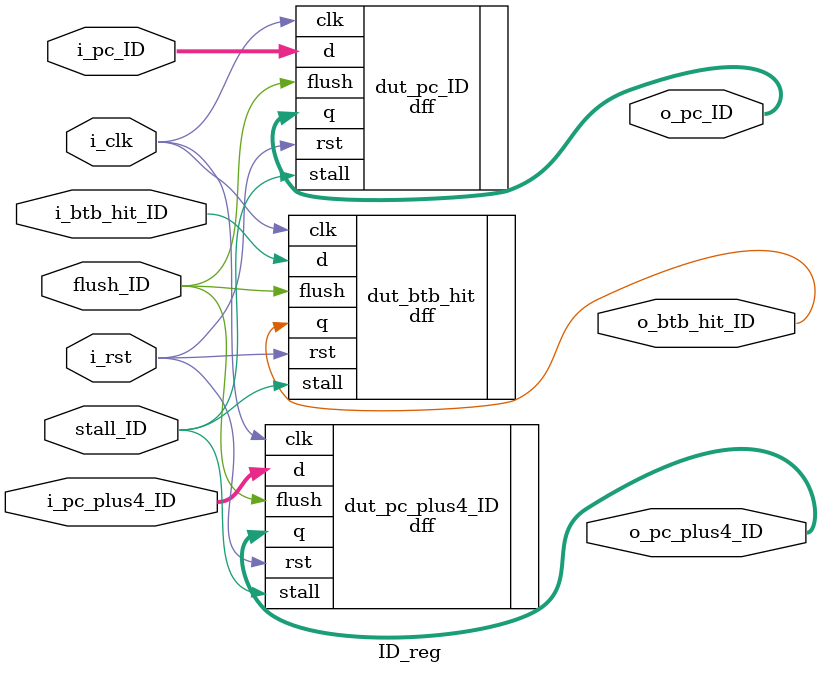
<source format=sv>
module ID_reg(
    input logic             i_clk, i_rst,
    input logic     [31:0]  i_pc_ID,
    input logic     [31:0]  i_pc_plus4_ID,
    //input logic             i_rd_wren_ID, i_wb_sel_ID,
    //input logic             i_is_jump_or_branch_ID,
    input logic             stall_ID, flush_ID,
    input logic             i_btb_hit_ID,
    output logic            o_btb_hit_ID,
    output logic    [31:0]  o_pc_ID,
    output logic    [31:0]  o_pc_plus4_ID
    //output logic            o_rd_wren_ID, o_wb_sel_ID
    //output logic            o_is_jump_or_branch_ID
);

dff #(.WIDTH(32)) dut_pc_ID   (
    .clk                    (   i_clk       ),
    .rst                    (   i_rst       ),
    .d                      (   i_pc_ID     ),
    .stall                  (   stall_ID    ),
    .flush                  (   flush_ID    ),
    .q                      (   o_pc_ID     )
);

dff #(.WIDTH(32)) dut_pc_plus4_ID (
    .clk                        (   i_clk           ),
    .rst                        (   i_rst           ),
    .d                          (   i_pc_plus4_ID   ),
    .stall                      (   stall_ID        ),
    .flush                      (   flush_ID        ),
    .q                          (   o_pc_plus4_ID   )
);

dff #(.WIDTH(1)) dut_btb_hit    (
    .clk                        (   i_clk           ),
    .rst                        (   i_rst           ),
    .d                          (   i_btb_hit_ID    ),
    .stall                      (   stall_ID        ),
    .flush                      (   flush_ID        ),
    .q                          (   o_btb_hit_ID    )
);

/*
dff #(.WIDTH(1))
dut_is_jump_or_branch           (
    .clk                        (   i_clk                   ),
    .rst                        (   i_rst                   ),
    .d                          (   i_is_jump_or_branch_ID  ),
    .stall                      (   stall_ID                ),
    .flush                      (   flush_ID                ),
    .q                          (   o_is_jump_or_branch_ID  )
);


dff #(.WIDTH(1))
dut_rd_wren                     (
    .clk                        (   i_clk                   ),
    .rst                        (   i_rstn                  ),
    .d                          (   i_rd_wren_ID            ),
    .stall                      (   stall_ID                ),
    .flush                      (   flush_ID                ),
    .q                          (   o_rd_wren_ID            )
);

dff #(.WIDTH(1))
dut_wb_sel                      (
    .clk                        (   i_clk                   ),
    .rst                        (   i_rstn                  ),
    .d                          (   i_wb_sel_ID             ),
    .stall                      (   stall_ID                ),
    .flush                      (   flush_ID                ),
    .q                          (   o_wb_sel_ID             )
);
*/

endmodule : ID_reg

</source>
